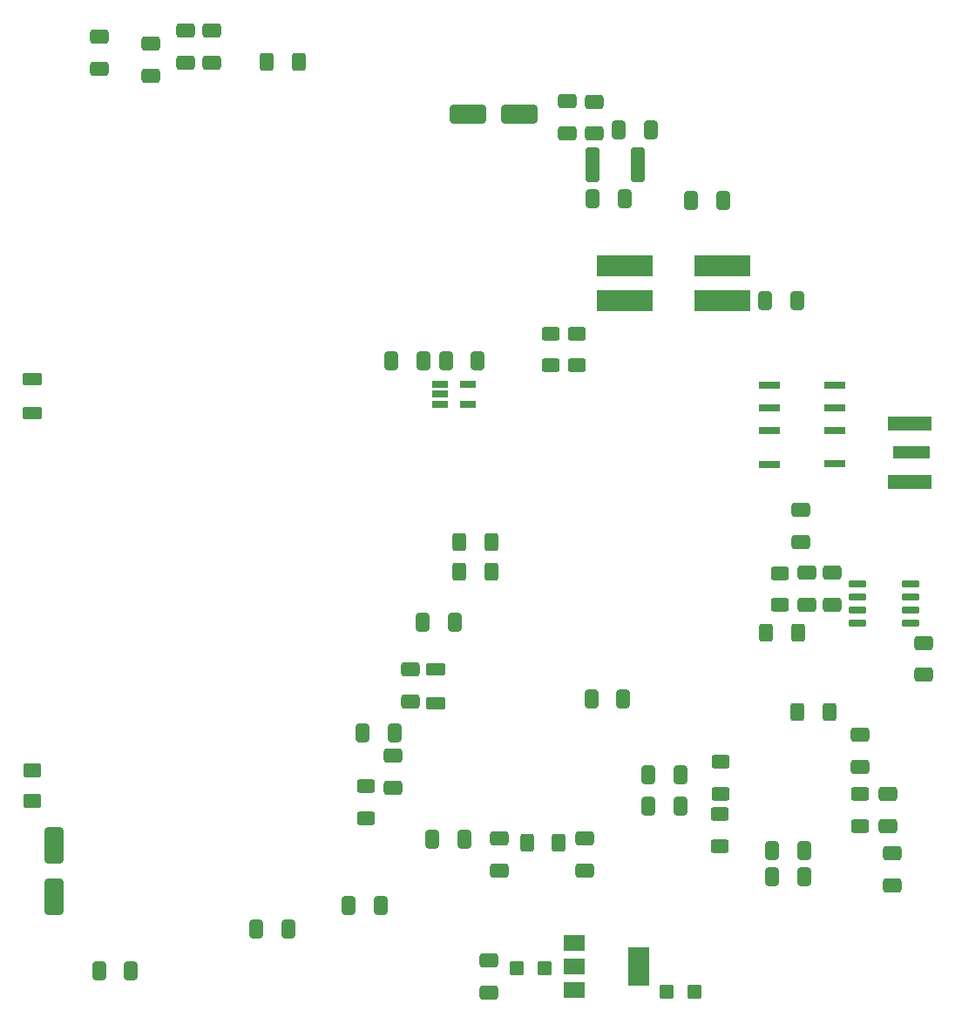
<source format=gbr>
%TF.GenerationSoftware,KiCad,Pcbnew,8.99.0-unknown-498d2c9db1~178~ubuntu22.04.1*%
%TF.CreationDate,2024-05-19T12:04:38+05:30*%
%TF.ProjectId,DDX-1-R2.01,4444582d-312d-4523-922e-30312e6b6963,rev?*%
%TF.SameCoordinates,Original*%
%TF.FileFunction,Paste,Top*%
%TF.FilePolarity,Positive*%
%FSLAX46Y46*%
G04 Gerber Fmt 4.6, Leading zero omitted, Abs format (unit mm)*
G04 Created by KiCad (PCBNEW 8.99.0-unknown-498d2c9db1~178~ubuntu22.04.1) date 2024-05-19 12:04:38*
%MOMM*%
%LPD*%
G01*
G04 APERTURE LIST*
G04 Aperture macros list*
%AMRoundRect*
0 Rectangle with rounded corners*
0 $1 Rounding radius*
0 $2 $3 $4 $5 $6 $7 $8 $9 X,Y pos of 4 corners*
0 Add a 4 corners polygon primitive as box body*
4,1,4,$2,$3,$4,$5,$6,$7,$8,$9,$2,$3,0*
0 Add four circle primitives for the rounded corners*
1,1,$1+$1,$2,$3*
1,1,$1+$1,$4,$5*
1,1,$1+$1,$6,$7*
1,1,$1+$1,$8,$9*
0 Add four rect primitives between the rounded corners*
20,1,$1+$1,$2,$3,$4,$5,0*
20,1,$1+$1,$4,$5,$6,$7,0*
20,1,$1+$1,$6,$7,$8,$9,0*
20,1,$1+$1,$8,$9,$2,$3,0*%
G04 Aperture macros list end*
%ADD10RoundRect,0.250000X0.412500X0.650000X-0.412500X0.650000X-0.412500X-0.650000X0.412500X-0.650000X0*%
%ADD11RoundRect,0.250000X-1.500000X-0.650000X1.500000X-0.650000X1.500000X0.650000X-1.500000X0.650000X0*%
%ADD12RoundRect,0.250000X-0.400000X-0.625000X0.400000X-0.625000X0.400000X0.625000X-0.400000X0.625000X0*%
%ADD13R,2.000000X1.500000*%
%ADD14R,2.000000X3.800000*%
%ADD15RoundRect,0.250000X0.625000X-0.400000X0.625000X0.400000X-0.625000X0.400000X-0.625000X-0.400000X0*%
%ADD16RoundRect,0.250000X-0.412500X-0.650000X0.412500X-0.650000X0.412500X0.650000X-0.412500X0.650000X0*%
%ADD17R,1.560000X0.650000*%
%ADD18R,3.600000X1.270000*%
%ADD19R,4.200000X1.350000*%
%ADD20RoundRect,0.250000X0.650000X-0.412500X0.650000X0.412500X-0.650000X0.412500X-0.650000X-0.412500X0*%
%ADD21RoundRect,0.250000X-0.625000X0.400000X-0.625000X-0.400000X0.625000X-0.400000X0.625000X0.400000X0*%
%ADD22RoundRect,0.250000X0.700000X-0.362500X0.700000X0.362500X-0.700000X0.362500X-0.700000X-0.362500X0*%
%ADD23RoundRect,0.250000X-0.650000X0.412500X-0.650000X-0.412500X0.650000X-0.412500X0.650000X0.412500X0*%
%ADD24R,5.500000X2.150000*%
%ADD25RoundRect,0.250000X-0.450000X-0.425000X0.450000X-0.425000X0.450000X0.425000X-0.450000X0.425000X0*%
%ADD26RoundRect,0.250001X-0.624999X0.462499X-0.624999X-0.462499X0.624999X-0.462499X0.624999X0.462499X0*%
%ADD27R,2.150000X0.800000*%
%ADD28RoundRect,0.250000X0.400000X0.625000X-0.400000X0.625000X-0.400000X-0.625000X0.400000X-0.625000X0*%
%ADD29RoundRect,0.150000X-0.725000X-0.150000X0.725000X-0.150000X0.725000X0.150000X-0.725000X0.150000X0*%
%ADD30RoundRect,0.250000X0.400000X1.450000X-0.400000X1.450000X-0.400000X-1.450000X0.400000X-1.450000X0*%
%ADD31RoundRect,0.250000X0.450000X0.425000X-0.450000X0.425000X-0.450000X-0.425000X0.450000X-0.425000X0*%
%ADD32RoundRect,0.250000X0.650000X-1.500000X0.650000X1.500000X-0.650000X1.500000X-0.650000X-1.500000X0*%
G04 APERTURE END LIST*
D10*
%TO.C,C7*%
X213272500Y-92850000D03*
X210147500Y-92850000D03*
%TD*%
D11*
%TO.C,D1*%
X181302000Y-74704315D03*
X186302000Y-74704315D03*
%TD*%
D10*
%TO.C,C21*%
X148565000Y-157890000D03*
X145440000Y-157890000D03*
%TD*%
D12*
%TO.C,R5*%
X180480000Y-116270000D03*
X183580000Y-116270000D03*
%TD*%
D13*
%TO.C,U4*%
X191630000Y-155190000D03*
X191630000Y-157490000D03*
D14*
X197930000Y-157490000D03*
D13*
X191630000Y-159790000D03*
%TD*%
D15*
%TO.C,R2*%
X211640000Y-122380000D03*
X211640000Y-119280000D03*
%TD*%
D16*
%TO.C,C17*%
X195967500Y-76220000D03*
X199092500Y-76220000D03*
%TD*%
D17*
%TO.C,U2*%
X178600000Y-100950000D03*
X178600000Y-101900000D03*
X178600000Y-102850000D03*
X181300000Y-102850000D03*
X181300000Y-100950000D03*
%TD*%
D18*
%TO.C,ANTENNA1*%
X224430000Y-107555000D03*
D19*
X224230000Y-110380000D03*
X224230000Y-104730000D03*
%TD*%
D20*
%TO.C,C4*%
X214240000Y-122392500D03*
X214240000Y-119267500D03*
%TD*%
D21*
%TO.C,R1*%
X191886000Y-96000000D03*
X191886000Y-99100000D03*
%TD*%
D22*
%TO.C,L5*%
X178190000Y-131912500D03*
X178190000Y-128587500D03*
%TD*%
D10*
%TO.C,C26*%
X179982500Y-124070000D03*
X176857500Y-124070000D03*
%TD*%
D20*
%TO.C,C30*%
X156400000Y-69700000D03*
X156400000Y-66575000D03*
%TD*%
D21*
%TO.C,R7*%
X171370000Y-140010000D03*
X171370000Y-143110000D03*
%TD*%
D20*
%TO.C,C40*%
X222086000Y-143898000D03*
X222086000Y-140773000D03*
%TD*%
%TO.C,C9*%
X145450000Y-70312500D03*
X145450000Y-67187500D03*
%TD*%
D16*
%TO.C,C29*%
X177813500Y-145128000D03*
X180938500Y-145128000D03*
%TD*%
D10*
%TO.C,C39*%
X201932500Y-141930000D03*
X198807500Y-141930000D03*
%TD*%
D16*
%TO.C,C16*%
X179137500Y-98624500D03*
X182262500Y-98624500D03*
%TD*%
%TO.C,C42*%
X210811000Y-146233000D03*
X213936000Y-146233000D03*
%TD*%
D21*
%TO.C,R11*%
X205800000Y-142720000D03*
X205800000Y-145820000D03*
%TD*%
D23*
%TO.C,C2*%
X216700000Y-119267500D03*
X216700000Y-122392500D03*
%TD*%
%TO.C,C13*%
X213660000Y-113117500D03*
X213660000Y-116242500D03*
%TD*%
D20*
%TO.C,C1*%
X150490000Y-70932500D03*
X150490000Y-67807500D03*
%TD*%
D15*
%TO.C,R10*%
X205810000Y-140696000D03*
X205810000Y-137596000D03*
%TD*%
D24*
%TO.C,T1*%
X196540000Y-89390000D03*
X196540000Y-92820000D03*
X206040000Y-92820000D03*
X206040000Y-89390000D03*
%TD*%
D23*
%TO.C,C37*%
X192620000Y-145047500D03*
X192620000Y-148172500D03*
%TD*%
D12*
%TO.C,R3*%
X180490000Y-119110000D03*
X183590000Y-119110000D03*
%TD*%
D20*
%TO.C,C10*%
X193610000Y-76592500D03*
X193610000Y-73467500D03*
%TD*%
D10*
%TO.C,C35*%
X174210000Y-134770000D03*
X171085000Y-134770000D03*
%TD*%
D20*
%TO.C,C32*%
X153825000Y-69725000D03*
X153825000Y-66600000D03*
%TD*%
D23*
%TO.C,C36*%
X184324000Y-145020000D03*
X184324000Y-148145000D03*
%TD*%
D25*
%TO.C,C46*%
X200587500Y-159940000D03*
X203287500Y-159940000D03*
%TD*%
D16*
%TO.C,C38*%
X198807500Y-138880000D03*
X201932500Y-138880000D03*
%TD*%
D10*
%TO.C,C3*%
X206080000Y-83070000D03*
X202955000Y-83070000D03*
%TD*%
%TO.C,C23*%
X176967100Y-98624500D03*
X173842100Y-98624500D03*
%TD*%
D16*
%TO.C,C27*%
X160707500Y-153830000D03*
X163832500Y-153830000D03*
%TD*%
D20*
%TO.C,C41*%
X219376000Y-138122500D03*
X219376000Y-134997500D03*
%TD*%
%TO.C,C47*%
X183320000Y-160050000D03*
X183320000Y-156925000D03*
%TD*%
D16*
%TO.C,C6*%
X193397500Y-82930000D03*
X196522500Y-82930000D03*
%TD*%
D20*
%TO.C,C15*%
X225570000Y-129172500D03*
X225570000Y-126047500D03*
%TD*%
D23*
%TO.C,C43*%
X222526000Y-146490000D03*
X222526000Y-149615000D03*
%TD*%
%TO.C,C31*%
X173990000Y-137047500D03*
X173990000Y-140172500D03*
%TD*%
D26*
%TO.C,F2*%
X138980000Y-138450000D03*
X138980000Y-141425000D03*
%TD*%
D20*
%TO.C,CX1*%
X175720000Y-131782500D03*
X175720000Y-128657500D03*
%TD*%
D12*
%TO.C,R14*%
X161750000Y-69650000D03*
X164850000Y-69650000D03*
%TD*%
D27*
%TO.C,K1*%
X216970000Y-108620000D03*
X216970000Y-105420000D03*
X216970000Y-103220000D03*
X216970000Y-101020000D03*
X210620000Y-101020000D03*
X210620000Y-103220000D03*
X210620000Y-105420000D03*
X210620000Y-108700000D03*
%TD*%
D22*
%TO.C,L4*%
X138990000Y-103712500D03*
X138990000Y-100387500D03*
%TD*%
D28*
%TO.C,Rin1*%
X216434000Y-132768000D03*
X213334000Y-132768000D03*
%TD*%
D29*
%TO.C,U6*%
X219115000Y-120310000D03*
X219115000Y-121580000D03*
X219115000Y-122850000D03*
X219115000Y-124120000D03*
X224265000Y-124120000D03*
X224265000Y-122850000D03*
X224265000Y-121580000D03*
X224265000Y-120310000D03*
%TD*%
D30*
%TO.C,F1*%
X197815000Y-79570000D03*
X193365000Y-79570000D03*
%TD*%
D15*
%TO.C,Rf1*%
X219426000Y-143853000D03*
X219426000Y-140753000D03*
%TD*%
D10*
%TO.C,C28*%
X196402500Y-131504000D03*
X193277500Y-131504000D03*
%TD*%
D31*
%TO.C,C45*%
X188760000Y-157630000D03*
X186060000Y-157630000D03*
%TD*%
D15*
%TO.C,R12*%
X189350000Y-99100000D03*
X189350000Y-96000000D03*
%TD*%
D32*
%TO.C,D2*%
X141100000Y-150710000D03*
X141100000Y-145710000D03*
%TD*%
D10*
%TO.C,C12*%
X172852500Y-151610000D03*
X169727500Y-151610000D03*
%TD*%
D28*
%TO.C,R4*%
X213380000Y-125090000D03*
X210280000Y-125090000D03*
%TD*%
D16*
%TO.C,C25*%
X210857500Y-148780000D03*
X213982500Y-148780000D03*
%TD*%
D12*
%TO.C,R6*%
X187014000Y-145496000D03*
X190114000Y-145496000D03*
%TD*%
D20*
%TO.C,C11*%
X190910000Y-76582500D03*
X190910000Y-73457500D03*
%TD*%
M02*

</source>
